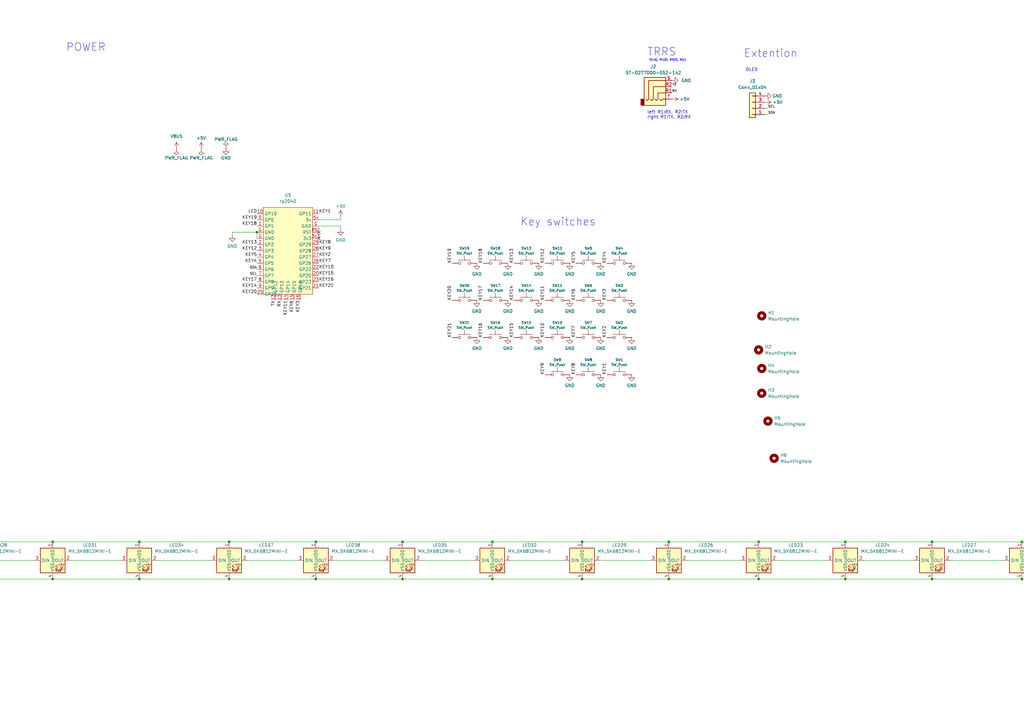
<source format=kicad_sch>
(kicad_sch (version 20231120) (generator "eeschema") (generator_version "8.0")
  (paper "A3")
  (title_block (title "Corne Left") (date "2023-10-07") (rev "4.0.0") (company "foostan"))
  (lib_symbols
    (symbol "Connector_Audio:AudioJack4"
      (property "Reference" "J" (at 0 8.89 0))
      (property "Value" "AudioJack4" (at 0 6.35 0))
      (symbol "AudioJack4_0_1"
        (rectangle (start -6.35 -5.08) (end -7.62 -7.62) (stroke (width 0.254)) (fill (type outline)))
        (polyline (pts (xy 0 -5.08) (xy 0.635 -5.715) (xy 1.27 -5.08) (xy 2.54 -5.08)) (stroke (width 0.254)))
        (polyline (pts (xy -5.715 -5.08) (xy -5.08 -5.715) (xy -4.445 -5.08) (xy -4.445 2.54) (xy 2.54 2.54)) (stroke (width 0.254)))
        (polyline (pts (xy -1.905 -5.08) (xy -1.27 -5.715) (xy -0.635 -5.08) (xy -0.635 -2.54) (xy 2.54 -2.54)) (stroke (width 0.254)))
        (polyline (pts (xy 2.54 0) (xy -2.54 0) (xy -2.54 -5.08) (xy -3.175 -5.715) (xy -3.81 -5.08)) (stroke (width 0.254)))
        (rectangle (start 2.54 3.81) (end -6.35 -7.62) (stroke (width 0.254)) (fill (type background)))
      )
      (symbol "AudioJack4_1_1"
        (pin passive line (at 5.08 -2.54 180) (length 2.54) (name "~") (number "R1"))
        (pin passive line (at 5.08 0 180) (length 2.54) (name "~") (number "R2"))
        (pin passive line (at 5.08 2.54 180) (length 2.54) (name "~") (number "S"))
        (pin passive line (at 5.08 -5.08 180) (length 2.54) (name "~") (number "T"))
      )
    )
    (symbol "Connector_Generic:Conn_01x04" (pin_names (offset 1.016) hide)
      (property "Reference" "J" (at 0 5.08 0))
      (property "Value" "Conn_01x04" (at 0 -7.62 0))
      (symbol "Conn_01x04_1_1"
        (rectangle (start -1.27 -4.953) (end 0 -5.207) (stroke (width 0.1524)))
        (rectangle (start -1.27 -2.413) (end 0 -2.667) (stroke (width 0.1524)))
        (rectangle (start -1.27 0.127) (end 0 -0.127) (stroke (width 0.1524)))
        (rectangle (start -1.27 2.667) (end 0 2.413) (stroke (width 0.1524)))
        (rectangle (start -1.27 3.81) (end 1.27 -6.35) (stroke (width 0.254)) (fill (type background)))
        (pin passive line (at -5.08 2.54 0) (length 3.81) (name "Pin_1") (number "1"))
        (pin passive line (at -5.08 0 0) (length 3.81) (name "Pin_2") (number "2"))
        (pin passive line (at -5.08 -2.54 0) (length 3.81) (name "Pin_3") (number "3"))
        (pin passive line (at -5.08 -5.08 0) (length 3.81) (name "Pin_4") (number "4"))
      )
    )
    (symbol "LED:WS2812B" (pin_names (offset 0.254))
      (property "Reference" "D" (at 5.08 5.715 0))
      (property "Value" "WS2812B" (at 1.27 -5.715 0))
      (symbol "WS2812B_0_0"
        (text "RGB" (at 2.286 -4.191 0) (effects (font (size 0.762 0.762))))
      )
      (symbol "WS2812B_0_1"
        (polyline (pts (xy 1.27 -3.556) (xy 1.778 -3.556)))
        (polyline (pts (xy 1.27 -2.54) (xy 1.778 -2.54)))
        (polyline (pts (xy 4.699 -3.556) (xy 2.667 -3.556)))
        (polyline (pts (xy 2.286 -2.54) (xy 1.27 -3.556) (xy 1.27 -3.048)))
        (polyline (pts (xy 2.286 -1.524) (xy 1.27 -2.54) (xy 1.27 -2.032)))
        (polyline (pts (xy 3.683 -1.016) (xy 3.683 -3.556) (xy 3.683 -4.064)))
        (polyline (pts (xy 4.699 -1.524) (xy 2.667 -1.524) (xy 3.683 -3.556) (xy 4.699 -1.524)))
        (rectangle (start 5.08 5.08) (end -5.08 -5.08) (stroke (width 0.254)) (fill (type background)))
      )
      (symbol "WS2812B_1_1"
        (pin power_in line (at 0 7.62 270) (length 2.54) (name "VDD") (number "1"))
        (pin output line (at 7.62 0 180) (length 2.54) (name "DOUT") (number "2"))
        (pin power_in line (at 0 -7.62 90) (length 2.54) (name "VSS") (number "3"))
        (pin input line (at -7.62 0 0) (length 2.54) (name "DIN") (number "4"))
      )
    )
    (symbol "MountingHole_1" (pin_names (offset 1.016)) (exclude_from_sim yes) (in_bom no)
      (property "Reference" "H" (at 0 5.08 0))
      (property "Value" "MountingHole" (at 0 3.175 0))
      (symbol "MountingHole_1_0_1"
        (circle (center 0 0) (radius 1.27) (stroke (width 1.27)))
      )
    )
    (symbol "PCM_marbastlib-mx:MX_SK6812MINI-E"
      (property "Reference" "LED" (at 3.175 6.35 0))
      (property "Value" "MX_SK6812MINI-E" (at 10.16 -6.985 0))
      (symbol "MX_SK6812MINI-E_0_0"
        (text "RGB" (at 2.286 -4.191 0) (effects (font (size 0.762 0.762))))
      )
      (symbol "MX_SK6812MINI-E_0_1"
        (rectangle (start -5.08 5.08) (end 5.08 -5.08) (stroke (width 0.254)) (fill (type background)))
        (polyline (pts (xy 1.27 -3.556) (xy 1.778 -3.556)))
        (polyline (pts (xy 1.27 -2.54) (xy 1.778 -2.54)))
        (polyline (pts (xy 4.699 -3.556) (xy 2.667 -3.556)))
        (polyline (pts (xy 2.286 -2.54) (xy 1.27 -3.556) (xy 1.27 -3.048)))
        (polyline (pts (xy 2.286 -1.524) (xy 1.27 -2.54) (xy 1.27 -2.032)))
        (polyline (pts (xy 3.683 -1.016) (xy 3.683 -3.556) (xy 3.683 -4.064)))
        (polyline (pts (xy 4.699 -1.524) (xy 2.667 -1.524) (xy 3.683 -3.556) (xy 4.699 -1.524)))
      )
      (symbol "MX_SK6812MINI-E_1_1"
        (pin power_in line (at 0 7.62 270) (length 2.54) (name "VDD") (number "1"))
        (pin output line (at 7.62 0 180) (length 2.54) (name "DOUT") (number "2"))
        (pin input line (at -7.62 0 0) (length 2.54) (name "DIN") (number "3"))
        (pin power_in line (at 0 -7.62 90) (length 2.54) (name "VSS") (number "4"))
      )
    )
    (symbol "PCM_marbastlib-promicroish:rp2040" (in_bom no)
      (property "Reference" "U" (at 0 22.86 0))
      (property "Value" "rp2040" (at 0 20.32 0))
      (symbol "rp2040_1_0"
        (pin bidirectional line (at -12.7 13.97 0) (length 2.54) (name "GP0") (number "0"))
        (pin bidirectional line (at -12.7 11.43 0) (length 2.54) (name "GP1") (number "1"))
        (pin bidirectional line (at -12.7 16.51 0) (length 2.54) (name "GP10") (number "10"))
        (pin power_in line (at 12.7 16.51 180) (length 2.54) (name "GP11") (number "11"))
        (pin bidirectional line (at -5.08 -19.05 90) (length 2.54) (name "GP12") (number "12"))
        (pin bidirectional line (at -2.54 -19.05 90) (length 2.54) (name "GP13") (number "13"))
        (pin bidirectional line (at 0 -19.05 90) (length 2.54) (name "GP14") (number "14"))
        (pin bidirectional line (at 2.54 -19.05 90) (length 2.54) (name "GP15") (number "15"))
        (pin bidirectional line (at 5.08 -19.05 90) (length 2.54) (name "GP16") (number "16"))
        (pin bidirectional line (at -12.7 3.81 0) (length 2.54) (name "GP2") (number "2"))
        (pin bidirectional line (at 12.7 -8.89 180) (length 2.54) (name "GP20") (number "20"))
        (pin bidirectional line (at 12.7 -13.97 180) (length 2.54) (name "GP21") (number "21"))
        (pin bidirectional line (at 12.7 -6.35 180) (length 2.54) (name "GP22") (number "22"))
        (pin bidirectional line (at 12.7 -11.43 180) (length 2.54) (name "GP23") (number "23"))
        (pin bidirectional line (at -12.7 -16.51 0) (length 2.54) (name "GP25") (number "25"))
        (pin bidirectional line (at 12.7 -3.81 180) (length 2.54) (name "GP26") (number "26"))
        (pin bidirectional line (at 12.7 -1.27 180) (length 2.54) (name "GP27") (number "27"))
        (pin bidirectional line (at 12.7 1.27 180) (length 2.54) (name "GP28") (number "28"))
        (pin bidirectional line (at 12.7 3.81 180) (length 2.54) (name "GP29") (number "29"))
        (pin bidirectional line (at -12.7 1.27 0) (length 2.54) (name "GP3") (number "3"))
        (pin power_out line (at 12.7 6.35 180) (length 2.54) (name "3v3") (number "3v3"))
        (pin bidirectional line (at -12.7 -1.27 0) (length 2.54) (name "GP4") (number "4"))
        (pin bidirectional line (at -12.7 -3.81 0) (length 2.54) (name "GP5") (number "5"))
        (pin bidirectional line (at 12.7 13.97 180) (length 2.54) (name "5v") (number "5v"))
        (pin bidirectional line (at -12.7 -6.35 0) (length 2.54) (name "GP6") (number "6"))
        (pin bidirectional line (at -12.7 -8.89 0) (length 2.54) (name "GP7") (number "7"))
        (pin bidirectional line (at -12.7 -11.43 0) (length 2.54) (name "GP8") (number "8"))
        (pin bidirectional line (at -12.7 -13.97 0) (length 2.54) (name "GP9") (number "9"))
        (pin power_out line (at -12.7 6.35 0) (length 2.54) (name "GND") (number "G"))
        (pin power_out line (at -12.7 8.89 0) (length 2.54) (name "GND") (number "G"))
        (pin power_out line (at 12.7 11.43 180) (length 2.54) (name "GND") (number "G"))
        (pin bidirectional line (at 12.7 8.89 180) (length 2.54) (name "RST") (number "RST"))
      )
      (symbol "rp2040_1_1"
        (rectangle (start -10.16 19.05) (end 10.16 -16.51) (fill (type background)))
      )
    )
    (symbol "SW_Push_1" (pin_numbers hide) (pin_names (offset 1.016) hide)
      (property "Reference" "SW" (at 1.27 2.54 0))
      (property "Value" "SW_Push" (at 0 -1.524 0))
      (symbol "SW_Push_1_0_1"
        (circle (center -2.032 0) (radius 0.508))
        (polyline (pts (xy 0 1.27) (xy 0 3.048)))
        (polyline (pts (xy 2.54 1.27) (xy -2.54 1.27)))
        (circle (center 2.032 0) (radius 0.508))
        (pin passive line (at -5.08 0 0) (length 2.54) (name "1") (number "1"))
        (pin passive line (at 5.08 0 180) (length 2.54) (name "2") (number "2"))
      )
    )
    (symbol "Switch:SW_Push" (pin_numbers hide) (pin_names (offset 1.016) hide)
      (property "Reference" "SW" (at 1.27 2.54 0))
      (property "Value" "SW_Push" (at 0 -1.524 0))
      (symbol "SW_Push_0_1"
        (circle (center -2.032 0) (radius 0.508))
        (polyline (pts (xy 0 1.27) (xy 0 3.048)))
        (polyline (pts (xy 2.54 1.27) (xy -2.54 1.27)))
        (circle (center 2.032 0) (radius 0.508))
        (pin passive line (at -5.08 0 0) (length 2.54) (name "1") (number "1"))
        (pin passive line (at 5.08 0 180) (length 2.54) (name "2") (number "2"))
      )
    )
    (symbol "power:+5V" (power) (pin_names (offset 0))
      (property "Value" "+5V" (at 0 3.556 0))
      (symbol "+5V_0_1"
        (polyline (pts (xy -0.762 1.27) (xy 0 2.54)))
        (polyline (pts (xy 0 0) (xy 0 2.54)))
        (polyline (pts (xy 0 2.54) (xy 0.762 1.27)))
      )
      (symbol "+5V_1_1"
        (pin power_in line (at 0 0 90) (length 0) hide (name "+5V") (number "1"))
      )
    )
    (symbol "power:GND" (power) (pin_names (offset 0))
      (property "Value" "GND" (at 0 -3.81 0))
      (symbol "GND_0_1"
        (polyline (pts (xy 0 0) (xy 0 -1.27) (xy 1.27 -1.27) (xy 0 -2.54) (xy -1.27 -1.27) (xy 0 -1.27)))
      )
      (symbol "GND_1_1"
        (pin power_in line (at 0 0 270) (length 0) hide (name "GND") (number "1"))
      )
    )
    (symbol "power:PWR_FLAG" (power) (pin_numbers hide) (pin_names (offset 0) hide)
      (property "Value" "PWR_FLAG" (at 0 3.81 0))
      (symbol "PWR_FLAG_0_0"
        (pin power_out line (at 0 0 90) (length 0) (name "pwr") (number "1"))
      )
      (symbol "PWR_FLAG_0_1"
        (polyline (pts (xy 0 0) (xy 0 1.27) (xy -1.016 1.905) (xy 0 2.54) (xy 1.016 1.905) (xy 0 1.27)))
      )
    )
    (symbol "power:VBUS" (power) (pin_names (offset 0))
      (property "Value" "VBUS" (at 0 3.81 0))
      (symbol "VBUS_0_1"
        (polyline (pts (xy -0.762 1.27) (xy 0 2.54)))
        (polyline (pts (xy 0 0) (xy 0 2.54)))
        (polyline (pts (xy 0 2.54) (xy 0.762 1.27)))
      )
      (symbol "VBUS_1_1"
        (pin power_in line (at 0 0 90) (length 0) hide (name "VBUS") (number "1"))
      )
    )
  )
  (junction (at 455.93 237.49))
  (junction (at 600.71 222.25))
  (junction (at 419.1 222.25))
  (junction (at 311.15 222.25))
  (junction (at 565.15 237.49))
  (junction (at -15.24 237.49))
  (junction (at 238.76 237.49))
  (junction (at 21.59 222.25))
  (junction (at 419.1 237.49))
  (junction (at 311.15 237.49))
  (junction (at 129.54 222.25))
  (junction (at 491.49 237.49))
  (junction (at 105.41 95.25))
  (junction (at -52.07 237.49))
  (junction (at 274.32 237.49))
  (junction (at 346.71 237.49))
  (junction (at -52.07 222.25))
  (junction (at 274.32 222.25))
  (junction (at -115.57 222.25))
  (junction (at 57.15 237.49))
  (junction (at 201.93 237.49))
  (junction (at 491.49 222.25))
  (junction (at 201.93 222.25))
  (junction (at 382.27 222.25))
  (junction (at 165.1 222.25))
  (junction (at 600.71 237.49))
  (junction (at -87.63 237.49))
  (junction (at 455.93 222.25))
  (junction (at 165.1 237.49))
  (junction (at 57.15 222.25))
  (junction (at 565.15 222.25))
  (junction (at 346.71 222.25))
  (junction (at -87.63 222.25))
  (junction (at -15.24 222.25))
  (junction (at -115.57 237.49))
  (junction (at 93.98 222.25))
  (junction (at 528.32 222.25))
  (junction (at 129.54 237.49))
  (junction (at 238.76 222.25))
  (junction (at 382.27 237.49))
  (junction (at 528.32 237.49))
  (junction (at 93.98 237.49))
  (junction (at 21.59 237.49))
  (no_connect (at 130.81 97.79))
  (no_connect (at 130.81 95.25))
  (wire (pts (xy 491.49 237.49) (xy 528.32 237.49)))
  (wire (pts (xy 274.32 237.49) (xy 311.15 237.49)))
  (wire (pts (xy 426.72 229.87) (xy 448.31 229.87)))
  (wire (pts (xy 21.59 222.25) (xy -15.24 222.25)))
  (wire (pts (xy 93.98 237.49) (xy 129.54 237.49)))
  (wire (pts (xy 572.77 229.87) (xy 593.09 229.87)))
  (wire (pts (xy 528.32 237.49) (xy 565.15 237.49)))
  (wire (pts (xy -80.01 229.87) (xy -59.69 229.87)))
  (wire (pts (xy -44.45 229.87) (xy -22.86 229.87)))
  (wire (pts (xy 201.93 222.25) (xy 238.76 222.25)))
  (wire (pts (xy -130.81 229.87) (xy -123.19 229.87)))
  (wire (pts (xy 238.76 222.25) (xy 274.32 222.25)))
  (wire (pts (xy 499.11 229.87) (xy 520.7 229.87)))
  (wire (pts (xy 608.33 229.87) (xy 629.92 229.87)))
  (wire (pts (xy 535.94 229.87) (xy 557.53 229.87)))
  (wire (pts (xy 246.38 229.87) (xy 266.7 229.87)))
  (wire (pts (xy -52.07 237.49) (xy -87.63 237.49)))
  (wire (pts (xy -15.24 237.49) (xy -52.07 237.49)))
  (wire (pts (xy 314.96 44.45) (xy 313.69 44.45)))
  (wire (pts (xy 93.98 222.25) (xy 57.15 222.25)))
  (wire (pts (xy 565.15 222.25) (xy 600.71 222.25)))
  (wire (pts (xy 93.98 237.49) (xy 57.15 237.49)))
  (wire (pts (xy 346.71 222.25) (xy 382.27 222.25)))
  (wire (pts (xy 311.15 237.49) (xy 346.71 237.49)))
  (wire (pts (xy 565.15 237.49) (xy 600.71 237.49)))
  (wire (pts (xy 238.76 237.49) (xy 274.32 237.49)))
  (wire (pts (xy 165.1 237.49) (xy 201.93 237.49)))
  (wire (pts (xy 129.54 237.49) (xy 165.1 237.49)))
  (wire (pts (xy 105.41 95.25) (xy 95.25 95.25)))
  (wire (pts (xy 382.27 222.25) (xy 419.1 222.25)))
  (wire (pts (xy 318.77 229.87) (xy 339.09 229.87)))
  (wire (pts (xy -52.07 222.25) (xy -87.63 222.25)))
  (wire (pts (xy 93.98 222.25) (xy 129.54 222.25)))
  (wire (pts (xy 382.27 237.49) (xy 419.1 237.49)))
  (wire (pts (xy 346.71 237.49) (xy 382.27 237.49)))
  (wire (pts (xy 209.55 229.87) (xy 231.14 229.87)))
  (wire (pts (xy 57.15 222.25) (xy 21.59 222.25)))
  (wire (pts (xy 130.81 90.17) (xy 139.7 90.17)))
  (wire (pts (xy 389.89 229.87) (xy 411.48 229.87)))
  (wire (pts (xy 600.71 237.49) (xy 637.54 237.49)))
  (wire (pts (xy 21.59 237.49) (xy -15.24 237.49)))
  (wire (pts (xy 314.96 46.99) (xy 313.69 46.99)))
  (wire (pts (xy 57.15 237.49) (xy 21.59 237.49)))
  (wire (pts (xy 165.1 222.25) (xy 201.93 222.25)))
  (wire (pts (xy 455.93 222.25) (xy 491.49 222.25)))
  (wire (pts (xy -115.57 222.25) (xy -87.63 222.25)))
  (wire (pts (xy 139.7 92.71) (xy 139.7 93.98)))
  (wire (pts (xy -7.62 229.87) (xy 13.97 229.87)))
  (wire (pts (xy 201.93 237.49) (xy 238.76 237.49)))
  (wire (pts (xy -87.63 218.44) (xy -87.63 222.25)))
  (wire (pts (xy -87.63 237.49) (xy -87.63 240.03)))
  (wire (pts (xy -138.43 222.25) (xy -115.57 222.25)))
  (wire (pts (xy 528.32 222.25) (xy 565.15 222.25)))
  (wire (pts (xy 95.25 95.25) (xy 95.25 96.52)))
  (wire (pts (xy -15.24 222.25) (xy -52.07 222.25)))
  (wire (pts (xy 129.54 222.25) (xy 165.1 222.25)))
  (wire (pts (xy -138.43 237.49) (xy -115.57 237.49)))
  (wire (pts (xy 491.49 222.25) (xy 528.32 222.25)))
  (wire (pts (xy 311.15 222.25) (xy 346.71 222.25)))
  (wire (pts (xy -115.57 237.49) (xy -87.63 237.49)))
  (wire (pts (xy 172.72 229.87) (xy 194.31 229.87)))
  (wire (pts (xy 139.7 88.9) (xy 139.7 90.17)))
  (wire (pts (xy 105.41 95.25) (xy 105.41 97.79)))
  (wire (pts (xy 137.16 229.87) (xy 157.48 229.87)))
  (wire (pts (xy 101.6 229.87) (xy 121.92 229.87)))
  (wire (pts (xy 29.21 229.87) (xy 49.53 229.87)))
  (wire (pts (xy 130.81 92.71) (xy 139.7 92.71)))
  (wire (pts (xy 281.94 229.87) (xy 303.53 229.87)))
  (wire (pts (xy 455.93 237.49) (xy 491.49 237.49)))
  (wire (pts (xy -107.95 229.87) (xy -95.25 229.87)))
  (wire (pts (xy 64.77 229.87) (xy 86.36 229.87)))
  (wire (pts (xy 419.1 222.25) (xy 455.93 222.25)))
  (wire (pts (xy 463.55 229.87) (xy 483.87 229.87)))
  (wire (pts (xy 274.32 222.25) (xy 311.15 222.25)))
  (wire (pts (xy 354.33 229.87) (xy 374.65 229.87)))
  (wire (pts (xy 600.71 222.25) (xy 637.54 222.25)))
  (wire (pts (xy 419.1 237.49) (xy 455.93 237.49)))
  (text "Key switches" (at 213.36 92.964 0) (effects (font (size 3.175 3.175)) (justify left bottom)))
  (text "OLED" (at 305.816 29.464 0) (effects (font (size 1.27 1.27)) (justify left bottom)))
  (text "POWER\n" (at 27.051 21.336 0) (effects (font (size 3.175 3.175)) (justify left bottom)))
  (text "left R1:RX, R2:TX\nright R1:TX, R2:RX" (at 265.43 48.895 0) (effects (font (size 1.27 1.27)) (justify left bottom)))
  (text "Extention" (at 305.054 23.876 0) (effects (font (size 3.175 3.175)) (justify left bottom)))
  (text "TRRS" (at 265.43 23.241 0) (effects (font (size 3.175 3.175)) (justify left bottom)))
  (text "T(4,5), R1(3), R2(2), S(1)\n" (at 266.065 25.146 0) (effects (font (size 0.762 0.762)) (justify left bottom)))
  (label "KEY18" (at 105.41 92.71 180))
  (label "KEY8" (at 236.22 153.67 90))
  (label "RX" (at 115.57 123.19 270))
  (label "SCL" (at 314.96 44.45 0) (effects (font (size 1 1))))
  (label "KEY5" (at 105.41 105.41 180))
  (label "KEY9" (at 130.81 102.87 0))
  (label "KEY3" (at 248.92 123.19 90))
  (label "KEY20" (at 105.41 120.65 180))
  (label "KEY21" (at 130.81 118.11 0))
  (label "KEY17" (at 105.41 115.57 180))
  (label "SDA" (at 314.96 46.99 0) (effects (font (size 1 1))))
  (label "KEY5" (at 236.22 107.95 90))
  (label "KEY14" (at 105.41 118.11 180))
  (label "KEY21" (at 185.42 138.43 90))
  (label "KEY16" (at 130.81 115.57 0))
  (label "RX" (at 275.59 38.1 0) (effects (font (size 1 1))))
  (label "KEY12" (at 105.41 102.87 180))
  (label "LED" (at -146.05 229.87 180))
  (label "KEY7" (at 130.81 107.95 0))
  (label "TX" (at 113.03 123.19 270))
  (label "SCL" (at 105.41 113.03 180) (effects (font (size 1 1))))
  (label "KEY6" (at 120.65 123.19 270))
  (label "KEY2" (at 130.81 105.41 0))
  (label "KEY17" (at 198.12 123.19 90))
  (label "TX" (at 275.59 35.56 0) (effects (font (size 1 1))))
  (label "KEY10" (at 130.81 110.49 0))
  (label "LED" (at 105.41 87.63 180))
  (label "KEY20" (at 185.42 123.19 90))
  (label "KEY4" (at 248.92 107.95 90))
  (label "SDA" (at 105.41 110.49 180) (effects (font (size 1 1))))
  (label "KEY18" (at 198.12 107.95 90))
  (label "KEY7" (at 236.22 138.43 90))
  (label "KEY13" (at 105.41 100.33 180))
  (label "KEY14" (at 210.82 123.19 90))
  (label "KEY1" (at 248.92 153.67 90))
  (label "KEY2" (at 248.92 138.43 90))
  (label "KEY4" (at 105.41 107.95 180))
  (label "KEY6" (at 236.22 123.19 90))
  (label "KEY9" (at 223.52 153.67 90))
  (label "KEY13" (at 210.82 107.95 90))
  (label "KEY1" (at 130.81 87.63 0))
  (label "KEY15" (at 210.82 138.43 90))
  (label "KEY10" (at 223.52 138.43 90))
  (label "KEY15" (at 130.81 113.03 0))
  (label "KEY11" (at 118.11 123.19 270))
  (label "KEY12" (at 223.52 107.95 90))
  (label "KEY19" (at 105.41 90.17 180))
  (label "KEY8" (at 130.81 100.33 0))
  (label "KEY3" (at 123.19 123.19 270))
  (label "KEY16" (at 198.12 138.43 90))
  (label "KEY19" (at 185.42 107.95 90))
  (label "KEY11" (at 223.52 123.19 90))
  (symbol (lib_id "power:GND") (at 233.68 153.67 0) (unit 1)
    (property "Reference" "#PWR044" (effects (hide yes)))
    (property "Value" "GND" (at 233.68 158.115 0))
  )
  (symbol (lib_id "power:GND") (at 195.58 138.43 0) (unit 1)
    (property "Reference" "#PWR030" (effects (hide yes)))
    (property "Value" "GND" (at 195.58 142.875 0))
  )
  (symbol (lib_id "PCM_marbastlib-mx:MX_SK6812MINI-E") (at 455.93 229.87 0) (unit 1)
    (property "Reference" "LED33" (at 471.17 223.5514 0))
    (property "Value" "MX_SK6812MINI-E" (at 471.17 226.0914 0))
    (property "Footprint" "PCM_marbastlib-mx:LED_MX_6028R-ROT" (effects (hide yes)))
    (property "Description" "Reverse mount adressable LED (WS2812 protocol)" (effects (hide yes)))
  )
  (symbol (lib_id "Switch:SW_Push") (at 241.3 107.95 0) (unit 1)
    (property "Reference" "SW5" (at 241.3 101.854 0) (effects (font (size 1 1))))
    (property "Value" "SW_Push" (at 241.3 103.886 0) (effects (font (size 1 1))))
    (property "Footprint" "PCM_marbastlib-mx:SW_MX_HS_CPG151101S11_1u" (effects (hide yes)))
  )
  (symbol (lib_id "power:GND") (at 208.28 123.19 0) (unit 1)
    (property "Reference" "#PWR032" (effects (hide yes)))
    (property "Value" "GND" (at 208.28 127.635 0))
  )
  (symbol (lib_id "power:GND") (at 220.98 138.43 0) (unit 1)
    (property "Reference" "#PWR038" (effects (hide yes)))
    (property "Value" "GND" (at 220.98 142.875 0))
  )
  (symbol (lib_name "SW_Push_1") (lib_id "Switch:SW_Push") (at 254 107.95 0) (unit 1)
    (property "Reference" "SW4" (at 254 101.854 0) (effects (font (size 1 1))))
    (property "Value" "SW_Push" (at 254 103.886 0) (effects (font (size 1 1))))
    (property "Footprint" "PCM_marbastlib-mx:SW_MX_HS_CPG151101S11_1u" (effects (hide yes)))
  )
  (symbol (lib_id "power:GND") (at 139.7 93.98 0) (unit 1)
    (property "Reference" "#PWR07" (effects (hide yes)))
    (property "Value" "GND" (at 139.7 98.425 0))
  )
  (symbol (lib_name "MountingHole_1") (lib_id "Mechanical:MountingHole") (at 311.15 143.51 0) (unit 1) (exclude_from_sim yes) (in_bom no)
    (property "Reference" "H2" (at 313.69 142.2399 0) (effects (justify left)))
    (property "Value" "MountingHole" (at 313.69 144.7799 0) (effects (justify left)))
    (property "Footprint" "MountingHole:MountingHole_2.2mm_M2" (effects (hide yes)))
    (property "Description" "Mounting Hole without connection" (effects (hide yes)))
  )
  (symbol (lib_id "PCM_marbastlib-mx:MX_SK6812MINI-E") (at 565.15 229.87 0) (unit 1)
    (property "Reference" "LED40" (at 580.39 223.5514 0))
    (property "Value" "MX_SK6812MINI-E" (at 580.39 226.0914 0))
    (property "Footprint" "PCM_marbastlib-mx:LED_MX_6028R-ROT" (effects (hide yes)))
    (property "Description" "Reverse mount adressable LED (WS2812 protocol)" (effects (hide yes)))
  )
  (symbol (lib_id "power:GND") (at 233.68 123.19 0) (unit 1)
    (property "Reference" "#PWR042" (effects (hide yes)))
    (property "Value" "GND" (at 233.68 127.635 0))
  )
  (symbol (lib_id "Switch:SW_Push") (at 228.6 107.95 0) (unit 1)
    (property "Reference" "SW12" (at 228.6 101.854 0) (effects (font (size 1 1))))
    (property "Value" "SW_Push" (at 228.6 103.886 0) (effects (font (size 1 1))))
    (property "Footprint" "PCM_marbastlib-mx:SW_MX_HS_CPG151101S11_1u" (effects (hide yes)))
  )
  (symbol (lib_id "Switch:SW_Push") (at 241.3 138.43 0) (unit 1)
    (property "Reference" "SW7" (at 241.3 132.334 0) (effects (font (size 1 1))))
    (property "Value" "SW_Push" (at 241.3 134.366 0) (effects (font (size 1 1))))
    (property "Footprint" "PCM_marbastlib-mx:SW_MX_HS_CPG151101S11_1u" (effects (hide yes)))
  )
  (symbol (lib_id "LED:WS2812B") (at -138.43 229.87 0) (unit 1)
    (property "Reference" "D3" (at -127 223.5514 0))
    (property "Value" "WS2812B" (at -127 226.0914 0))
    (property "Footprint" "LED_SMD:LED_WS2812B_PLCC4_5.0x5.0mm_P3.2mm" (effects (hide yes)))
    (property "Datasheet" "https://cdn-shop.adafruit.com/datasheets/WS2812B.pdf" (effects (hide yes)))
    (property "Description" "RGB LED with integrated controller" (effects (hide yes)))
  )
  (symbol (lib_id "power:VBUS") (at 72.39 60.96 0) (unit 1)
    (property "Reference" "#PWR011" (effects (hide yes)))
    (property "Value" "VBUS" (at 72.39 55.88 0))
  )
  (symbol (lib_id "PCM_marbastlib-mx:MX_SK6812MINI-E") (at 311.15 229.87 0) (unit 1)
    (property "Reference" "LED23" (at 326.39 223.5514 0))
    (property "Value" "MX_SK6812MINI-E" (at 326.39 226.0914 0))
    (property "Footprint" "PCM_marbastlib-mx:LED_MX_6028R" (effects (hide yes)))
    (property "Description" "Reverse mount adressable LED (WS2812 protocol)" (effects (hide yes)))
  )
  (symbol (lib_id "power:GND") (at 275.59 33.02 90) (unit 1)
    (property "Reference" "#PWR057" (effects (hide yes)))
    (property "Value" "GND" (at 279.4 33.02 90) (effects (justify right)))
  )
  (symbol (lib_id "Switch:SW_Push") (at 190.5 138.43 0) (unit 1)
    (property "Reference" "SW21" (at 190.5 132.334 0) (effects (font (size 1 1))))
    (property "Value" "SW_Push" (at 190.5 134.366 0) (effects (font (size 1 1))))
    (property "Footprint" "PCM_marbastlib-mx:SW_MX_HS_CPG151101S11_1u" (effects (hide yes)))
  )
  (symbol (lib_id "power:GND") (at 259.08 138.43 0) (unit 1)
    (property "Reference" "#PWR052" (effects (hide yes)))
    (property "Value" "GND" (at 259.08 142.875 0))
  )
  (symbol (lib_id "Switch:SW_Push") (at 190.5 107.95 0) (unit 1)
    (property "Reference" "SW19" (at 190.5 101.854 0) (effects (font (size 1 1))))
    (property "Value" "SW_Push" (at 190.5 103.886 0) (effects (font (size 1 1))))
    (property "Footprint" "PCM_marbastlib-mx:SW_MX_HS_CPG151101S11_1u" (effects (hide yes)))
  )
  (symbol (lib_name "MountingHole_1") (lib_id "Mechanical:MountingHole") (at 312.42 151.13 0) (unit 1) (exclude_from_sim yes) (in_bom no)
    (property "Reference" "H4" (at 314.96 149.8599 0) (effects (justify left)))
    (property "Value" "MountingHole" (at 314.96 152.3999 0) (effects (justify left)))
    (property "Footprint" "MountingHole:MountingHole_2.2mm_M2" (effects (hide yes)))
    (property "Description" "Mounting Hole without connection" (effects (hide yes)))
  )
  (symbol (lib_id "power:GND") (at 195.58 107.95 0) (unit 1)
    (property "Reference" "#PWR028" (effects (hide yes)))
    (property "Value" "GND" (at 195.58 112.395 0))
  )
  (symbol (lib_id "Switch:SW_Push") (at 241.3 123.19 0) (unit 1)
    (property "Reference" "SW6" (at 241.3 117.094 0) (effects (font (size 1 1))))
    (property "Value" "SW_Push" (at 241.3 119.126 0) (effects (font (size 1 1))))
    (property "Footprint" "PCM_marbastlib-mx:SW_MX_HS_CPG151101S11_1u" (effects (hide yes)))
  )
  (symbol (lib_id "power:+5V") (at 313.69 41.91 270) (unit 1)
    (property "Reference" "#PWR061" (effects (hide yes)))
    (property "Value" "+5V" (at 316.865 41.91 90) (effects (justify left)))
  )
  (symbol (lib_id "PCM_marbastlib-mx:MX_SK6812MINI-E") (at 57.15 229.87 0) (unit 1)
    (property "Reference" "LED34" (at 72.39 223.5514 0))
    (property "Value" "MX_SK6812MINI-E" (at 72.39 226.0914 0))
    (property "Footprint" "PCM_marbastlib-mx:LED_MX_6028R-ROT" (effects (hide yes)))
    (property "Description" "Reverse mount adressable LED (WS2812 protocol)" (effects (hide yes)))
  )
  (symbol (lib_id "power:GND") (at 220.98 123.19 0) (unit 1)
    (property "Reference" "#PWR037" (effects (hide yes)))
    (property "Value" "GND" (at 220.98 127.635 0))
  )
  (symbol (lib_id "Switch:SW_Push") (at 254 153.67 0) (unit 1)
    (property "Reference" "SW1" (at 254 147.574 0) (effects (font (size 1 1))))
    (property "Value" "SW_Push" (at 254 149.606 0) (effects (font (size 1 1))))
    (property "Footprint" "PCM_marbastlib-mx:SW_MX_HS_CPG151101S11_1u" (effects (hide yes)))
  )
  (symbol (lib_id "Switch:SW_Push") (at 215.9 123.19 0) (unit 1)
    (property "Reference" "SW14" (at 215.9 117.094 0) (effects (font (size 1 1))))
    (property "Value" "SW_Push" (at 215.9 119.126 0) (effects (font (size 1 1))))
    (property "Footprint" "PCM_marbastlib-mx:SW_MX_HS_CPG151101S11_1u" (effects (hide yes)))
  )
  (symbol (lib_id "Switch:SW_Push") (at 203.2 123.19 0) (unit 1)
    (property "Reference" "SW17" (at 203.2 117.094 0) (effects (font (size 1 1))))
    (property "Value" "SW_Push" (at 203.2 119.126 0) (effects (font (size 1 1))))
    (property "Footprint" "PCM_marbastlib-mx:SW_MX_HS_CPG151101S11_1u" (effects (hide yes)))
  )
  (symbol (lib_id "PCM_marbastlib-mx:MX_SK6812MINI-E") (at 491.49 229.87 0) (unit 1)
    (property "Reference" "LED36" (at 506.73 223.5514 0))
    (property "Value" "MX_SK6812MINI-E" (at 506.73 226.0914 0))
    (property "Footprint" "PCM_marbastlib-mx:LED_MX_6028R-ROT" (effects (hide yes)))
    (property "Description" "Reverse mount adressable LED (WS2812 protocol)" (effects (hide yes)))
  )
  (symbol (lib_id "power:+5V") (at -87.63 218.44 0) (unit 1)
    (property "Reference" "#PWR010" (effects (hide yes)))
    (property "Value" "+5V" (at -87.63 213.36 0))
  )
  (symbol (lib_id "power:GND") (at 220.98 107.95 0) (unit 1)
    (property "Reference" "#PWR036" (effects (hide yes)))
    (property "Value" "GND" (at 220.98 112.395 0))
  )
  (symbol (lib_id "PCM_marbastlib-mx:MX_SK6812MINI-E") (at 93.98 229.87 0) (unit 1)
    (property "Reference" "LED37" (at 109.22 223.5514 0))
    (property "Value" "MX_SK6812MINI-E" (at 109.22 226.0914 0))
    (property "Footprint" "PCM_marbastlib-mx:LED_MX_6028R-ROT" (effects (hide yes)))
    (property "Description" "Reverse mount adressable LED (WS2812 protocol)" (effects (hide yes)))
  )
  (symbol (lib_id "PCM_marbastlib-mx:MX_SK6812MINI-E") (at 201.93 229.87 0) (unit 1)
    (property "Reference" "LED32" (at 217.17 223.5514 0))
    (property "Value" "MX_SK6812MINI-E" (at 217.17 226.0914 0))
    (property "Footprint" "PCM_marbastlib-mx:LED_MX_6028R" (effects (hide yes)))
    (property "Description" "Reverse mount adressable LED (WS2812 protocol)" (effects (hide yes)))
  )
  (symbol (lib_name "MountingHole_1") (lib_id "Mechanical:MountingHole") (at 312.42 129.54 0) (unit 1) (exclude_from_sim yes) (in_bom no)
    (property "Reference" "H1" (at 314.96 128.2699 0) (effects (justify left)))
    (property "Value" "MountingHole" (at 314.96 130.8099 0) (effects (justify left)))
    (property "Footprint" "MountingHole:MountingHole_2.2mm_M2" (effects (hide yes)))
    (property "Description" "Mounting Hole without connection" (effects (hide yes)))
  )
  (symbol (lib_id "power:PWR_FLAG") (at 92.71 60.96 0) (unit 1)
    (property "Reference" "#FLG03" (effects (hide yes)))
    (property "Value" "PWR_FLAG" (at 92.71 57.15 0))
  )
  (symbol (lib_id "power:GND") (at -87.63 240.03 0) (unit 1)
    (property "Reference" "#PWR012" (effects (hide yes)))
    (property "Value" "GND" (at -87.503 244.4242 0))
  )
  (symbol (lib_id "Switch:SW_Push") (at 203.2 138.43 0) (unit 1)
    (property "Reference" "SW16" (at 203.2 132.334 0) (effects (font (size 1 1))))
    (property "Value" "SW_Push" (at 203.2 134.366 0) (effects (font (size 1 1))))
    (property "Footprint" "PCM_marbastlib-mx:SW_MX_HS_CPG151101S11_1u" (effects (hide yes)))
  )
  (symbol (lib_id "Switch:SW_Push") (at 215.9 138.43 0) (unit 1)
    (property "Reference" "SW15" (at 215.9 132.334 0) (effects (font (size 1 1))))
    (property "Value" "SW_Push" (at 215.9 134.366 0) (effects (font (size 1 1))))
    (property "Footprint" "PCM_marbastlib-mx:SW_MX_HS_CPG151101S11_1u" (effects (hide yes)))
  )
  (symbol (lib_name "MountingHole_1") (lib_id "Mechanical:MountingHole") (at 317.5 187.96 0) (unit 1) (exclude_from_sim yes) (in_bom no)
    (property "Reference" "H6" (at 320.04 186.6899 0) (effects (justify left)))
    (property "Value" "MountingHole" (at 320.04 189.2299 0) (effects (justify left)))
    (property "Footprint" "MountingHole:MountingHole_2.2mm_M2" (effects (hide yes)))
    (property "Description" "Mounting Hole without connection" (effects (hide yes)))
  )
  (symbol (lib_id "Switch:SW_Push") (at 203.2 107.95 0) (unit 1)
    (property "Reference" "SW18" (at 203.2 101.854 0) (effects (font (size 1 1))))
    (property "Value" "SW_Push" (at 203.2 103.886 0) (effects (font (size 1 1))))
    (property "Footprint" "PCM_marbastlib-mx:SW_MX_HS_CPG151101S11_1u" (effects (hide yes)))
  )
  (symbol (lib_id "PCM_marbastlib-mx:MX_SK6812MINI-E") (at -87.63 229.87 0) (unit 1)
    (property "Reference" "LED22" (at -72.39 223.5514 0))
    (property "Value" "MX_SK6812MINI-E" (at -72.39 226.0914 0))
    (property "Footprint" "PCM_marbastlib-mx:LED_MX_6028R-ROT" (effects (hide yes)))
    (property "Description" "Reverse mount adressable LED (WS2812 protocol)" (effects (hide yes)))
  )
  (symbol (lib_id "power:GND") (at 233.68 107.95 0) (unit 1)
    (property "Reference" "#PWR041" (effects (hide yes)))
    (property "Value" "GND" (at 233.68 112.395 0))
  )
  (symbol (lib_id "power:GND") (at 259.08 153.67 0) (unit 1)
    (property "Reference" "#PWR053" (effects (hide yes)))
    (property "Value" "GND" (at 259.08 158.115 0))
  )
  (symbol (lib_id "power:GND") (at 95.25 96.52 0) (unit 1)
    (property "Reference" "#PWR06" (effects (hide yes)))
    (property "Value" "GND" (at 95.25 100.965 0))
  )
  (symbol (lib_id "PCM_marbastlib-mx:MX_SK6812MINI-E") (at 419.1 229.87 0) (unit 1)
    (property "Reference" "LED30" (at 434.34 223.5514 0))
    (property "Value" "MX_SK6812MINI-E" (at 434.34 226.0914 0))
    (property "Footprint" "PCM_marbastlib-mx:LED_MX_6028R-ROT" (effects (hide yes)))
    (property "Description" "Reverse mount adressable LED (WS2812 protocol)" (effects (hide yes)))
  )
  (symbol (lib_id "PCM_marbastlib-mx:MX_SK6812MINI-E") (at 637.54 229.87 0) (unit 1)
    (property "Reference" "LED42" (at 652.78 223.5514 0))
    (property "Value" "MX_SK6812MINI-E" (at 652.78 226.0914 0))
    (property "Footprint" "PCM_marbastlib-mx:LED_MX_6028R-ROT" (effects (hide yes)))
    (property "Description" "Reverse mount adressable LED (WS2812 protocol)" (effects (hide yes)))
  )
  (symbol (lib_id "power:GND") (at 313.69 39.37 90) (unit 1)
    (property "Reference" "#PWR060" (effects (hide yes)))
    (property "Value" "GND" (at 318.77 39.37 90))
  )
  (symbol (lib_id "LED:WS2812B") (at -115.57 229.87 0) (unit 1)
    (property "Reference" "D4" (at -104.14 223.5514 0))
    (property "Value" "WS2812B" (at -104.14 226.0914 0))
    (property "Footprint" "LED_SMD:LED_WS2812B_PLCC4_5.0x5.0mm_P3.2mm" (effects (hide yes)))
    (property "Datasheet" "https://cdn-shop.adafruit.com/datasheets/WS2812B.pdf" (effects (hide yes)))
    (property "Description" "RGB LED with integrated controller" (effects (hide yes)))
  )
  (symbol (lib_id "power:GND") (at 246.38 153.67 0) (unit 1)
    (property "Reference" "#PWR049" (effects (hide yes)))
    (property "Value" "GND" (at 246.38 158.115 0))
  )
  (symbol (lib_id "PCM_marbastlib-mx:MX_SK6812MINI-E") (at 238.76 229.87 0) (unit 1)
    (property "Reference" "LED29" (at 254 223.5514 0))
    (property "Value" "MX_SK6812MINI-E" (at 254 226.0914 0))
    (property "Footprint" "PCM_marbastlib-mx:LED_MX_6028R" (effects (hide yes)))
    (property "Description" "Reverse mount adressable LED (WS2812 protocol)" (effects (hide yes)))
  )
  (symbol (lib_id "power:GND") (at 208.28 138.43 0) (unit 1)
    (property "Reference" "#PWR033" (effects (hide yes)))
    (property "Value" "GND" (at 208.28 142.875 0))
  )
  (symbol (lib_id "power:+5V") (at 275.59 40.64 270) (unit 1)
    (property "Reference" "#PWR058" (effects (hide yes)))
    (property "Value" "+5V" (at 278.765 40.64 90) (effects (justify left)))
  )
  (symbol (lib_id "Switch:SW_Push") (at 254 138.43 0) (unit 1)
    (property "Reference" "SW2" (at 254 132.334 0) (effects (font (size 1 1))))
    (property "Value" "SW_Push" (at 254 134.366 0) (effects (font (size 1 1))))
    (property "Footprint" "PCM_marbastlib-mx:SW_MX_HS_CPG151101S11_1u" (effects (hide yes)))
  )
  (symbol (lib_id "PCM_marbastlib-mx:MX_SK6812MINI-E") (at 600.71 229.87 0) (unit 1)
    (property "Reference" "LED41" (at 615.95 223.5514 0))
    (property "Value" "MX_SK6812MINI-E" (at 615.95 226.0914 0))
    (property "Footprint" "PCM_marbastlib-mx:LED_MX_6028R-ROT" (effects (hide yes)))
    (property "Description" "Reverse mount adressable LED (WS2812 protocol)" (effects (hide yes)))
  )
  (symbol (lib_id "Connector_Generic:Conn_01x04") (at 308.61 44.45 180) (unit 1)
    (property "Reference" "J3" (at 308.61 33.274 0))
    (property "Value" "Conn_01x04" (at 308.61 35.814 0))
    (property "Footprint" "kbd_local:OLED" (effects (hide yes)))
  )
  (symbol (lib_id "power:GND") (at 246.38 107.95 0) (unit 1)
    (property "Reference" "#PWR046" (effects (hide yes)))
    (property "Value" "GND" (at 246.38 112.395 0))
  )
  (symbol (lib_id "PCM_marbastlib-mx:MX_SK6812MINI-E") (at 165.1 229.87 0) (unit 1)
    (property "Reference" "LED35" (at 180.34 223.5514 0))
    (property "Value" "MX_SK6812MINI-E" (at 180.34 226.0914 0))
    (property "Footprint" "PCM_marbastlib-mx:LED_MX_6028R" (effects (hide yes)))
    (property "Description" "Reverse mount adressable LED (WS2812 protocol)" (effects (hide yes)))
  )
  (symbol (lib_id "PCM_marbastlib-mx:MX_SK6812MINI-E") (at 528.32 229.87 0) (unit 1)
    (property "Reference" "LED39" (at 543.56 223.5514 0))
    (property "Value" "MX_SK6812MINI-E" (at 543.56 226.0914 0))
    (property "Footprint" "PCM_marbastlib-mx:LED_MX_6028R-ROT" (effects (hide yes)))
    (property "Description" "Reverse mount adressable LED (WS2812 protocol)" (effects (hide yes)))
  )
  (symbol (lib_id "power:GND") (at 92.71 60.96 0) (unit 1)
    (property "Reference" "#PWR017" (effects (hide yes)))
    (property "Value" "GND" (at 92.71 64.77 0))
  )
  (symbol (lib_name "MountingHole_1") (lib_id "Mechanical:MountingHole") (at 312.42 161.29 0) (unit 1) (exclude_from_sim yes) (in_bom no)
    (property "Reference" "H3" (at 314.96 160.0199 0) (effects (justify left)))
    (property "Value" "MountingHole" (at 314.96 162.5599 0) (effects (justify left)))
    (property "Footprint" "MountingHole:MountingHole_2.2mm_M2" (effects (hide yes)))
    (property "Description" "Mounting Hole without connection" (effects (hide yes)))
  )
  (symbol (lib_id "power:GND") (at 208.28 107.95 0) (unit 1)
    (property "Reference" "#PWR031" (effects (hide yes)))
    (property "Value" "GND" (at 208.28 112.395 0))
  )
  (symbol (lib_id "Switch:SW_Push") (at 228.6 123.19 0) (unit 1)
    (property "Reference" "SW11" (at 228.6 117.094 0) (effects (font (size 1 1))))
    (property "Value" "SW_Push" (at 228.6 119.126 0) (effects (font (size 1 1))))
    (property "Footprint" "PCM_marbastlib-mx:SW_MX_HS_CPG151101S11_1u" (effects (hide yes)))
  )
  (symbol (lib_id "power:GND") (at 246.38 138.43 0) (unit 1)
    (property "Reference" "#PWR048" (effects (hide yes)))
    (property "Value" "GND" (at 246.38 142.875 0))
  )
  (symbol (lib_id "PCM_marbastlib-mx:MX_SK6812MINI-E") (at -52.07 229.87 0) (unit 1)
    (property "Reference" "LED25" (at -36.83 223.5514 0))
    (property "Value" "MX_SK6812MINI-E" (at -36.83 226.0914 0))
    (property "Footprint" "PCM_marbastlib-mx:LED_MX_6028R-ROT" (effects (hide yes)))
    (property "Description" "Reverse mount adressable LED (WS2812 protocol)" (effects (hide yes)))
  )
  (symbol (lib_id "PCM_marbastlib-mx:MX_SK6812MINI-E") (at 274.32 229.87 0) (unit 1)
    (property "Reference" "LED26" (at 289.56 223.5514 0))
    (property "Value" "MX_SK6812MINI-E" (at 289.56 226.0914 0))
    (property "Footprint" "PCM_marbastlib-mx:LED_MX_6028R" (effects (hide yes)))
    (property "Description" "Reverse mount adressable LED (WS2812 protocol)" (effects (hide yes)))
  )
  (symbol (lib_id "Switch:SW_Push") (at 190.5 123.19 0) (unit 1)
    (property "Reference" "SW20" (at 190.5 117.094 0) (effects (font (size 1 1))))
    (property "Value" "SW_Push" (at 190.5 119.126 0) (effects (font (size 1 1))))
    (property "Footprint" "PCM_marbastlib-mx:SW_MX_HS_CPG151101S11_1u" (effects (hide yes)))
  )
  (symbol (lib_id "power:GND") (at 259.08 107.95 0) (unit 1)
    (property "Reference" "#PWR050" (effects (hide yes)))
    (property "Value" "GND" (at 259.08 112.395 0))
  )
  (symbol (lib_id "power:+5V") (at 139.7 88.9 0) (unit 1)
    (property "Reference" "#PWR09" (effects (hide yes)))
    (property "Value" "+5V" (at 139.7 84.582 0))
  )
  (symbol (lib_id "Switch:SW_Push") (at 215.9 107.95 0) (unit 1)
    (property "Reference" "SW13" (at 215.9 101.854 0) (effects (font (size 1 1))))
    (property "Value" "SW_Push" (at 215.9 103.886 0) (effects (font (size 1 1))))
    (property "Footprint" "PCM_marbastlib-mx:SW_MX_HS_CPG151101S11_1u" (effects (hide yes)))
  )
  (symbol (lib_id "Switch:SW_Push") (at 241.3 153.67 0) (unit 1)
    (property "Reference" "SW8" (at 241.3 147.574 0) (effects (font (size 1 1))))
    (property "Value" "SW_Push" (at 241.3 149.606 0) (effects (font (size 1 1))))
    (property "Footprint" "PCM_marbastlib-mx:SW_MX_HS_CPG151101S11_1u" (effects (hide yes)))
  )
  (symbol (lib_id "PCM_marbastlib-mx:MX_SK6812MINI-E") (at 346.71 229.87 0) (unit 1)
    (property "Reference" "LED24" (at 361.95 223.5514 0))
    (property "Value" "MX_SK6812MINI-E" (at 361.95 226.0914 0))
    (property "Footprint" "PCM_marbastlib-mx:LED_MX_6028R-ROT" (effects (hide yes)))
    (property "Description" "Reverse mount adressable LED (WS2812 protocol)" (effects (hide yes)))
  )
  (symbol (lib_id "power:GND") (at 259.08 123.19 0) (unit 1)
    (property "Reference" "#PWR051" (effects (hide yes)))
    (property "Value" "GND" (at 259.08 127.635 0))
  )
  (symbol (lib_id "power:GND") (at 195.58 123.19 0) (unit 1)
    (property "Reference" "#PWR029" (effects (hide yes)))
    (property "Value" "GND" (at 195.58 127.635 0))
  )
  (symbol (lib_id "PCM_marbastlib-mx:MX_SK6812MINI-E") (at 382.27 229.87 0) (unit 1)
    (property "Reference" "LED27" (at 397.51 223.5514 0))
    (property "Value" "MX_SK6812MINI-E" (at 397.51 226.0914 0))
    (property "Footprint" "PCM_marbastlib-mx:LED_MX_6028R-ROT" (effects (hide yes)))
    (property "Description" "Reverse mount adressable LED (WS2812 protocol)" (effects (hide yes)))
  )
  (symbol (lib_id "power:PWR_FLAG") (at 82.55 60.96 180) (unit 1)
    (property "Reference" "#FLG02" (effects (hide yes)))
    (property "Value" "PWR_FLAG" (at 82.55 64.77 0))
  )
  (symbol (lib_id "power:+5V") (at 82.55 60.96 0) (unit 1)
    (property "Reference" "#PWR014" (effects (hide yes)))
    (property "Value" "+5V" (at 82.55 56.642 0))
  )
  (symbol (lib_id "Switch:SW_Push") (at 228.6 153.67 0) (unit 1)
    (property "Reference" "SW9" (at 228.6 147.574 0) (effects (font (size 1 1))))
    (property "Value" "SW_Push" (at 228.6 149.606 0) (effects (font (size 1 1))))
    (property "Footprint" "PCM_marbastlib-mx:SW_MX_HS_CPG151101S11_1u" (effects (hide yes)))
  )
  (symbol (lib_name "MountingHole_1") (lib_id "Mechanical:MountingHole") (at 314.96 172.72 0) (unit 1) (exclude_from_sim yes) (in_bom no)
    (property "Reference" "H5" (at 317.5 171.4499 0) (effects (justify left)))
    (property "Value" "MountingHole" (at 317.5 173.9899 0) (effects (justify left)))
    (property "Footprint" "MountingHole:MountingHole_2.2mm_M2" (effects (hide yes)))
    (property "Description" "Mounting Hole without connection" (effects (hide yes)))
  )
  (symbol (lib_id "power:PWR_FLAG") (at 72.39 60.96 180) (unit 1)
    (property "Reference" "#FLG01" (effects (hide yes)))
    (property "Value" "PWR_FLAG" (at 72.39 64.77 0))
  )
  (symbol (lib_id "PCM_marbastlib-mx:MX_SK6812MINI-E") (at 129.54 229.87 0) (unit 1)
    (property "Reference" "LED38" (at 144.78 223.5514 0))
    (property "Value" "MX_SK6812MINI-E" (at 144.78 226.0914 0))
    (property "Footprint" "PCM_marbastlib-mx:LED_MX_6028R" (effects (hide yes)))
    (property "Description" "Reverse mount adressable LED (WS2812 protocol)" (effects (hide yes)))
  )
  (symbol (lib_id "PCM_marbastlib-mx:MX_SK6812MINI-E") (at -15.24 229.87 0) (unit 1)
    (property "Reference" "LED28" (at 0 223.5514 0))
    (property "Value" "MX_SK6812MINI-E" (at 0 226.0914 0))
    (property "Footprint" "PCM_marbastlib-mx:LED_MX_6028R-ROT" (effects (hide yes)))
    (property "Description" "Reverse mount adressable LED (WS2812 protocol)" (effects (hide yes)))
  )
  (symbol (lib_id "Connector_Audio:AudioJack4") (at 270.51 35.56 0) (unit 1)
    (property "Reference" "J2" (at 267.97 27.305 0))
    (property "Value" "ST-0277D00-052-142" (at 267.97 29.845 0))
    (property "Footprint" "kbd_local:ST-0277D00-052-142" (effects (hide yes)))
    (property "JLCPCB Part #" "C2837093" (effects (hide yes)))
  )
  (symbol (lib_id "Switch:SW_Push") (at 254 123.19 0) (unit 1)
    (property "Reference" "SW3" (at 254 117.094 0) (effects (font (size 1 1))))
    (property "Value" "SW_Push" (at 254 119.126 0) (effects (font (size 1 1))))
    (property "Footprint" "PCM_marbastlib-mx:SW_MX_HS_CPG151101S11_1u" (effects (hide yes)))
  )
  (symbol (lib_id "power:GND") (at 246.38 123.19 0) (unit 1)
    (property "Reference" "#PWR047" (effects (hide yes)))
    (property "Value" "GND" (at 246.38 127.635 0))
  )
  (symbol (lib_id "Switch:SW_Push") (at 228.6 138.43 0) (unit 1)
    (property "Reference" "SW10" (at 228.6 132.334 0) (effects (font (size 1 1))))
    (property "Value" "SW_Push" (at 228.6 134.366 0) (effects (font (size 1 1))))
    (property "Footprint" "PCM_marbastlib-mx:SW_MX_HS_CPG151101S11_1u" (effects (hide yes)))
  )
  (symbol (lib_id "PCM_marbastlib-mx:MX_SK6812MINI-E") (at 21.59 229.87 0) (unit 1)
    (property "Reference" "LED31" (at 36.83 223.5514 0))
    (property "Value" "MX_SK6812MINI-E" (at 36.83 226.0914 0))
    (property "Footprint" "PCM_marbastlib-mx:LED_MX_6028R-ROT" (effects (hide yes)))
    (property "Description" "Reverse mount adressable LED (WS2812 protocol)" (effects (hide yes)))
  )
  (symbol (lib_id "power:GND") (at 233.68 138.43 0) (unit 1)
    (property "Reference" "#PWR043" (effects (hide yes)))
    (property "Value" "GND" (at 233.68 142.875 0))
  )
  (symbol (lib_id "PCM_marbastlib-promicroish:rp2040") (at 118.11 104.14 0) (unit 1) (in_bom no)
    (property "Reference" "U5" (at 118.11 80.01 0))
    (property "Value" "rp2040" (at 118.11 82.55 0))
    (property "Footprint" "various:rp2040promicro" (effects (hide yes)))
    (property "Description" "Symbol for an Elite-C" (effects (hide yes)))
  )
)
</source>
